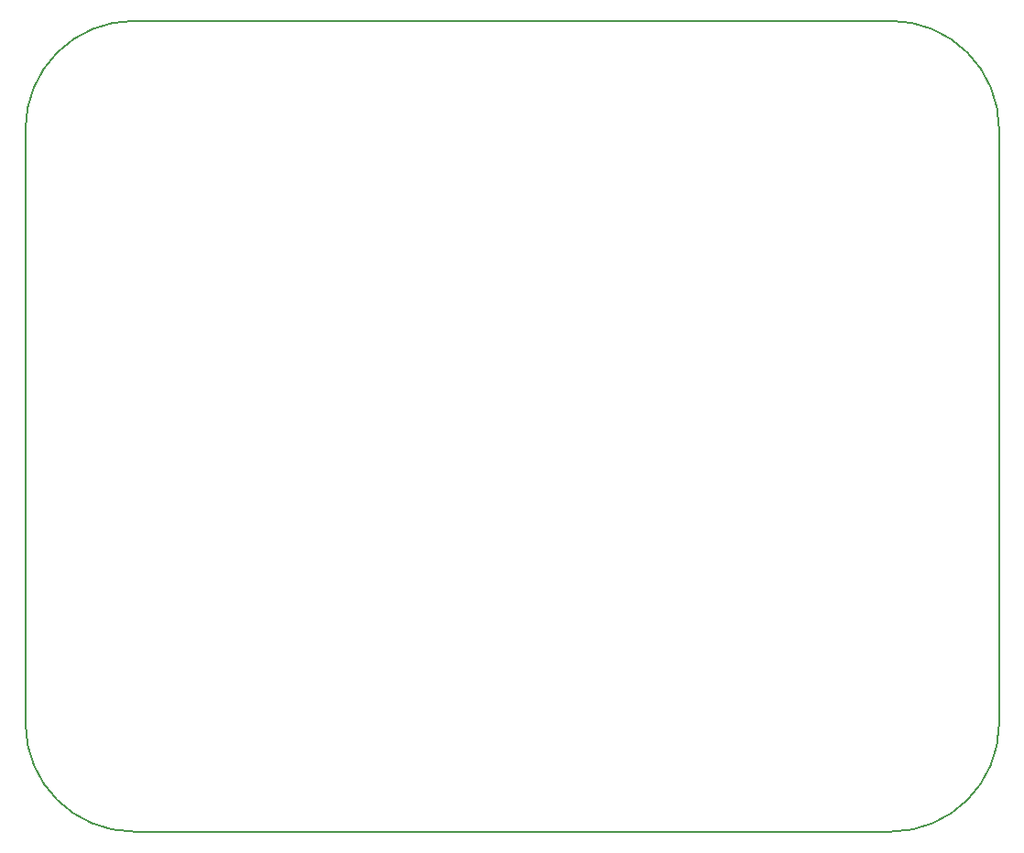
<source format=gbr>
%TF.GenerationSoftware,KiCad,Pcbnew,(6.0.10)*%
%TF.CreationDate,2023-01-06T10:16:34+00:00*%
%TF.ProjectId,test_board_boost,74657374-5f62-46f6-9172-645f626f6f73,rev?*%
%TF.SameCoordinates,Original*%
%TF.FileFunction,Profile,NP*%
%FSLAX46Y46*%
G04 Gerber Fmt 4.6, Leading zero omitted, Abs format (unit mm)*
G04 Created by KiCad (PCBNEW (6.0.10)) date 2023-01-06 10:16:34*
%MOMM*%
%LPD*%
G01*
G04 APERTURE LIST*
%TA.AperFunction,Profile*%
%ADD10C,0.200000*%
%TD*%
G04 APERTURE END LIST*
D10*
X165549999Y-130399999D02*
G75*
G03*
X175549999Y-120400001I1J9999999D01*
G01*
X175549999Y-65400001D02*
G75*
G03*
X165549999Y-55400001I-9999999J1D01*
G01*
X95549999Y-130400001D02*
X165549999Y-130400001D01*
X85549999Y-120400001D02*
G75*
G03*
X95549999Y-130400001I10000001J1D01*
G01*
X85549999Y-65400001D02*
X85549999Y-120400001D01*
X165549999Y-55400001D02*
X95549999Y-55400001D01*
X95549999Y-55399999D02*
G75*
G03*
X85549999Y-65400001I1J-10000001D01*
G01*
X175549999Y-120400001D02*
X175549999Y-65400001D01*
M02*

</source>
